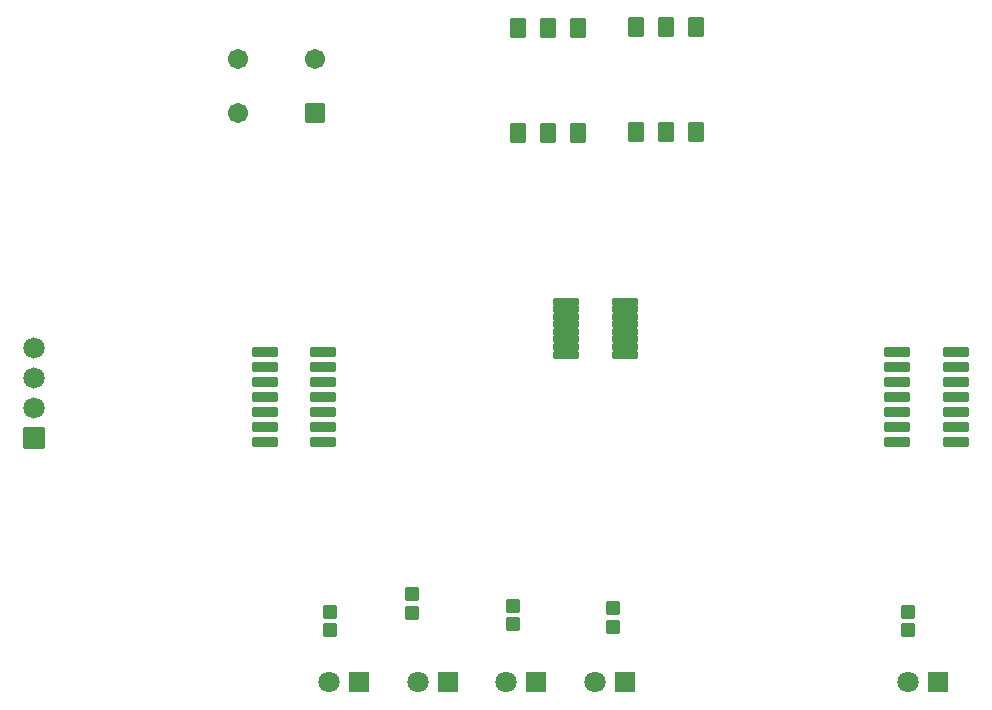
<source format=gbr>
%TF.GenerationSoftware,KiCad,Pcbnew,8.0.1*%
%TF.CreationDate,2024-04-13T21:46:53+05:30*%
%TF.ProjectId,piso,7069736f-2e6b-4696-9361-645f70636258,rev?*%
%TF.SameCoordinates,Original*%
%TF.FileFunction,Soldermask,Top*%
%TF.FilePolarity,Negative*%
%FSLAX46Y46*%
G04 Gerber Fmt 4.6, Leading zero omitted, Abs format (unit mm)*
G04 Created by KiCad (PCBNEW 8.0.1) date 2024-04-13 21:46:53*
%MOMM*%
%LPD*%
G01*
G04 APERTURE LIST*
G04 Aperture macros list*
%AMRoundRect*
0 Rectangle with rounded corners*
0 $1 Rounding radius*
0 $2 $3 $4 $5 $6 $7 $8 $9 X,Y pos of 4 corners*
0 Add a 4 corners polygon primitive as box body*
4,1,4,$2,$3,$4,$5,$6,$7,$8,$9,$2,$3,0*
0 Add four circle primitives for the rounded corners*
1,1,$1+$1,$2,$3*
1,1,$1+$1,$4,$5*
1,1,$1+$1,$6,$7*
1,1,$1+$1,$8,$9*
0 Add four rect primitives between the rounded corners*
20,1,$1+$1,$2,$3,$4,$5,0*
20,1,$1+$1,$4,$5,$6,$7,0*
20,1,$1+$1,$6,$7,$8,$9,0*
20,1,$1+$1,$8,$9,$2,$3,0*%
G04 Aperture macros list end*
%ADD10R,1.800000X1.800000*%
%ADD11C,1.800000*%
%ADD12RoundRect,0.030700X-1.051300X-0.276300X1.051300X-0.276300X1.051300X0.276300X-1.051300X0.276300X0*%
%ADD13RoundRect,0.114400X0.497600X-0.457600X0.497600X0.457600X-0.497600X0.457600X-0.497600X-0.457600X0*%
%ADD14RoundRect,0.102000X-0.550000X0.750000X-0.550000X-0.750000X0.550000X-0.750000X0.550000X0.750000X0*%
%ADD15RoundRect,0.102000X0.550000X-0.750000X0.550000X0.750000X-0.550000X0.750000X-0.550000X-0.750000X0*%
%ADD16RoundRect,0.120600X-0.966400X-0.281400X0.966400X-0.281400X0.966400X0.281400X-0.966400X0.281400X0*%
%ADD17RoundRect,0.102000X0.802500X-0.802500X0.802500X0.802500X-0.802500X0.802500X-0.802500X-0.802500X0*%
%ADD18C,1.809000*%
%ADD19RoundRect,0.102000X0.749000X0.749000X-0.749000X0.749000X-0.749000X-0.749000X0.749000X-0.749000X0*%
%ADD20C,1.702000*%
G04 APERTURE END LIST*
D10*
%TO.C,D2*%
X133000000Y-150500000D03*
D11*
X130460000Y-150500000D03*
%TD*%
D12*
%TO.C,U2*%
X143020000Y-118260000D03*
X143020000Y-118900000D03*
X143020000Y-119540000D03*
X143020000Y-120180000D03*
X143020000Y-120820000D03*
X143020000Y-121460000D03*
X143020000Y-122100000D03*
X143020000Y-122740000D03*
X147980000Y-122740000D03*
X147980000Y-122100000D03*
X147980000Y-121460000D03*
X147980000Y-120820000D03*
X147980000Y-120180000D03*
X147980000Y-119540000D03*
X147980000Y-118900000D03*
X147980000Y-118260000D03*
%TD*%
D10*
%TO.C,D0*%
X148000000Y-150500000D03*
D11*
X145460000Y-150500000D03*
%TD*%
D13*
%TO.C,R1*%
X123000000Y-146080000D03*
X123000000Y-144500000D03*
%TD*%
%TO.C,R2*%
X130000000Y-144580000D03*
X130000000Y-143000000D03*
%TD*%
%TO.C,R4*%
X147000000Y-145790000D03*
X147000000Y-144210000D03*
%TD*%
D14*
%TO.C,S1*%
X144000000Y-95050000D03*
D15*
X144000000Y-103950000D03*
D14*
X141460000Y-95050000D03*
D15*
X141460000Y-103950000D03*
D14*
X138920000Y-95050000D03*
D15*
X138920000Y-103950000D03*
%TD*%
D16*
%TO.C,U3*%
X117500000Y-122500000D03*
X117500000Y-123770000D03*
X117500000Y-125040000D03*
X117500000Y-126310000D03*
X117500000Y-127580000D03*
X117500000Y-128850000D03*
X117500000Y-130120000D03*
X122450000Y-130120000D03*
X122450000Y-128850000D03*
X122450000Y-127580000D03*
X122450000Y-126310000D03*
X122450000Y-125040000D03*
X122450000Y-123770000D03*
X122450000Y-122500000D03*
%TD*%
D17*
%TO.C,J1*%
X98000000Y-129810000D03*
D18*
X98000000Y-127270000D03*
X98000000Y-124730000D03*
X98000000Y-122190000D03*
%TD*%
D10*
%TO.C,Dout1*%
X174500000Y-150500000D03*
D11*
X171960000Y-150500000D03*
%TD*%
D13*
%TO.C,R3*%
X138500000Y-145580000D03*
X138500000Y-144000000D03*
%TD*%
%TO.C,R5*%
X172000000Y-146080000D03*
X172000000Y-144500000D03*
%TD*%
D10*
%TO.C,D3*%
X125500000Y-150500000D03*
D11*
X122960000Y-150500000D03*
%TD*%
D14*
%TO.C,S2*%
X154000000Y-95000000D03*
D15*
X154000000Y-103900000D03*
D14*
X151460000Y-95000000D03*
D15*
X151460000Y-103900000D03*
D14*
X148920000Y-95000000D03*
D15*
X148920000Y-103900000D03*
%TD*%
D19*
%TO.C,SW1*%
X121750000Y-102250000D03*
D20*
X115250000Y-102250000D03*
X121750000Y-97750000D03*
X115250000Y-97750000D03*
%TD*%
D16*
%TO.C,U4*%
X171050000Y-122500000D03*
X171050000Y-123770000D03*
X171050000Y-125040000D03*
X171050000Y-126310000D03*
X171050000Y-127580000D03*
X171050000Y-128850000D03*
X171050000Y-130120000D03*
X176000000Y-130120000D03*
X176000000Y-128850000D03*
X176000000Y-127580000D03*
X176000000Y-126310000D03*
X176000000Y-125040000D03*
X176000000Y-123770000D03*
X176000000Y-122500000D03*
%TD*%
D10*
%TO.C,D1*%
X140500000Y-150500000D03*
D11*
X137960000Y-150500000D03*
%TD*%
M02*

</source>
